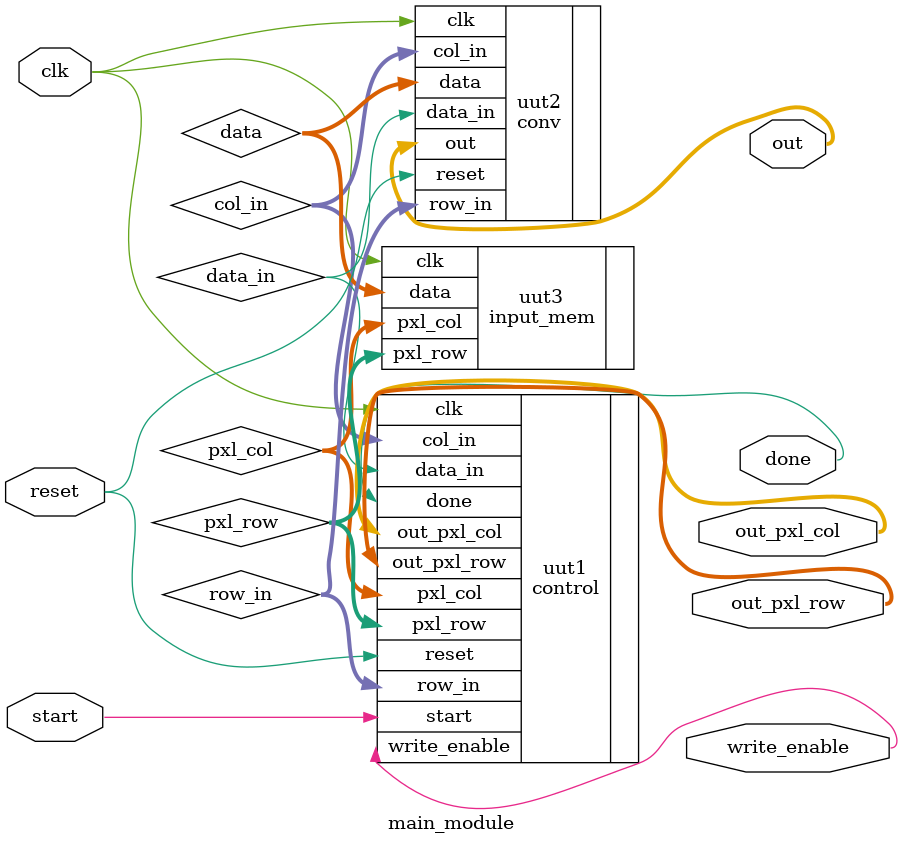
<source format=v>
`timescale 1ns / 1ps
module main_module(
    output [7:0] out_pxl_row,
    output [8:0] out_pxl_col,
    output write_enable,
	 output done,
    output [7:0] out,
    input clk,
    input start,
    input reset
    );
	 
	 wire data_in;
	 wire [7:0] data;
	 wire [7:0] pxl_row;
	 wire [8:0] pxl_col;
	 wire [1:0] row_in;
	 wire [1:0] col_in;
	 
	 
	control uut1 (
		.clk(clk), 
		.reset(reset), 
		.start(start), 
		.row_in(row_in), 
		.col_in(col_in), 
		.pxl_row(pxl_row), 
		.pxl_col(pxl_col), 
		.out_pxl_row(out_pxl_row), 
		.out_pxl_col(out_pxl_col), 
		.done(done), 
		.data_in(data_in), 
		.write_enable(write_enable)
	);

	conv uut2 (
		.data_in(data_in), 
		.data(data),
		.clk(clk),
		.reset(reset),
		.row_in(row_in), 
		.col_in(col_in), 
		.out(out)
	);

	input_mem uut3 (
		.clk(clk), 
		.data(data), 
		.pxl_row(pxl_row), 
		.pxl_col(pxl_col)
	);
	
	
endmodule

</source>
